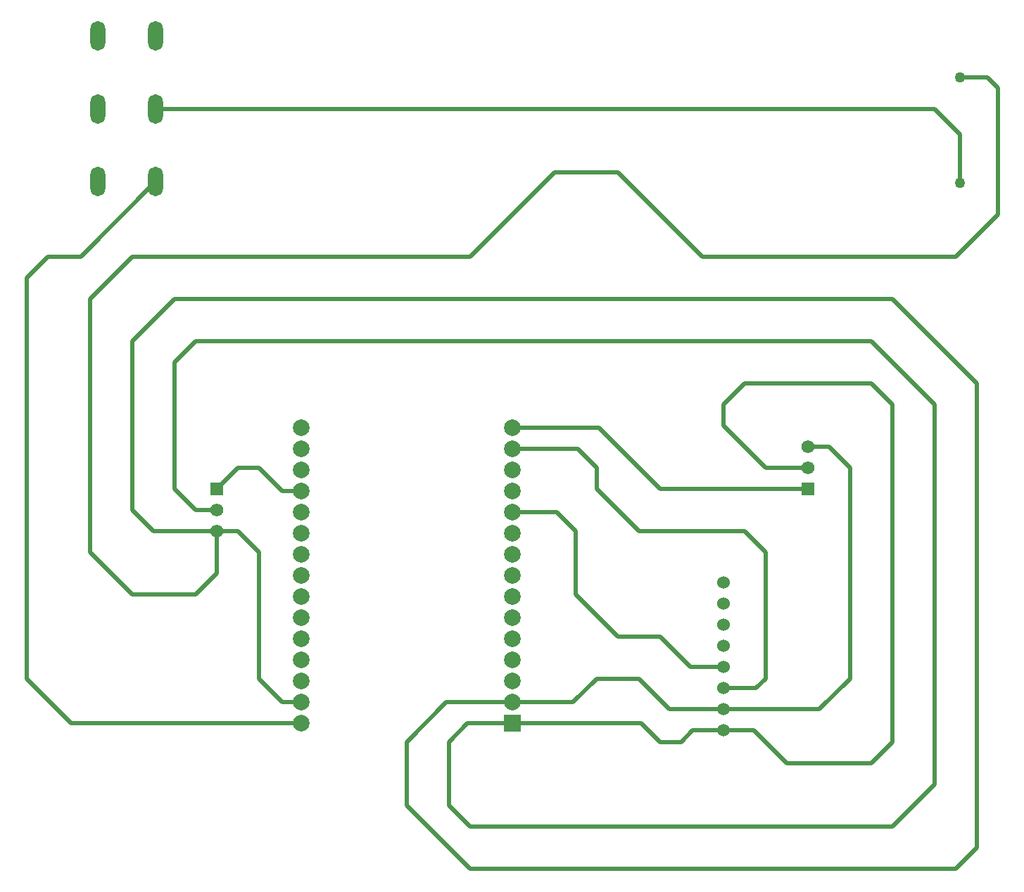
<source format=gbr>
%TF.GenerationSoftware,KiCad,Pcbnew,8.0.6*%
%TF.CreationDate,2025-01-02T10:31:57+08:00*%
%TF.ProjectId,qms_wearables,716d735f-7765-4617-9261-626c65732e6b,rev?*%
%TF.SameCoordinates,Original*%
%TF.FileFunction,Copper,L2,Bot*%
%TF.FilePolarity,Positive*%
%FSLAX46Y46*%
G04 Gerber Fmt 4.6, Leading zero omitted, Abs format (unit mm)*
G04 Created by KiCad (PCBNEW 8.0.6) date 2025-01-02 10:31:57*
%MOMM*%
%LPD*%
G01*
G04 APERTURE LIST*
%TA.AperFunction,ComponentPad*%
%ADD10C,1.524000*%
%TD*%
%TA.AperFunction,ComponentPad*%
%ADD11R,1.560000X1.560000*%
%TD*%
%TA.AperFunction,ComponentPad*%
%ADD12C,1.560000*%
%TD*%
%TA.AperFunction,ComponentPad*%
%ADD13R,2.000000X2.000000*%
%TD*%
%TA.AperFunction,ComponentPad*%
%ADD14C,2.000000*%
%TD*%
%TA.AperFunction,ComponentPad*%
%ADD15C,1.263000*%
%TD*%
%TA.AperFunction,ComponentPad*%
%ADD16O,1.785000X3.570000*%
%TD*%
%TA.AperFunction,Conductor*%
%ADD17C,0.508000*%
%TD*%
G04 APERTURE END LIST*
D10*
%TO.P,U2,1,VCC*%
%TO.N,+3.3V*%
X157480000Y-133223000D03*
%TO.P,U2,2,GND*%
%TO.N,GND*%
X157480000Y-130683000D03*
%TO.P,U2,3,SCL*%
%TO.N,Net-(U1-D22)*%
X157480000Y-128143000D03*
%TO.P,U2,4,SDA*%
%TO.N,Net-(U1-D21)*%
X157480000Y-125603000D03*
%TO.P,U2,5,XDA*%
%TO.N,unconnected-(U2-XDA-Pad5)*%
X157480000Y-123063000D03*
%TO.P,U2,6,XCL*%
%TO.N,unconnected-(U2-XCL-Pad6)*%
X157480000Y-120523000D03*
%TO.P,U2,7,ADD*%
%TO.N,unconnected-(U2-ADD-Pad7)*%
X157480000Y-117983000D03*
%TO.P,U2,8,INT*%
%TO.N,unconnected-(U2-INT-Pad8)*%
X157480000Y-115443000D03*
%TD*%
D11*
%TO.P,P1,1,SIGNAL*%
%TO.N,Net-(P1-SIGNAL)*%
X96520000Y-104140000D03*
D12*
%TO.P,P1,2,V+*%
%TO.N,+3.3V*%
X96520000Y-106680000D03*
%TO.P,P1,3,GND*%
%TO.N,GND*%
X96520000Y-109220000D03*
%TD*%
D13*
%TO.P,U1,1,3V3*%
%TO.N,+3.3V*%
X132080000Y-132355000D03*
D14*
%TO.P,U1,2,GND*%
%TO.N,GND*%
X132080000Y-129815000D03*
%TO.P,U1,3,D15*%
%TO.N,unconnected-(U1-D15-Pad3)*%
X132080000Y-127275000D03*
%TO.P,U1,4,D2*%
%TO.N,unconnected-(U1-D2-Pad4)*%
X132080000Y-124735000D03*
%TO.P,U1,5,D4*%
%TO.N,unconnected-(U1-D4-Pad5)*%
X132080000Y-122195000D03*
%TO.P,U1,6,RX2*%
%TO.N,unconnected-(U1-RX2-Pad6)*%
X132080000Y-119655000D03*
%TO.P,U1,7,TX2*%
%TO.N,unconnected-(U1-TX2-Pad7)*%
X132080000Y-117115000D03*
%TO.P,U1,8,D5*%
%TO.N,unconnected-(U1-D5-Pad8)*%
X132080000Y-114575000D03*
%TO.P,U1,9,D18*%
%TO.N,unconnected-(U1-D18-Pad9)*%
X132080000Y-112035000D03*
%TO.P,U1,10,D19*%
%TO.N,unconnected-(U1-D19-Pad10)*%
X132080000Y-109495000D03*
%TO.P,U1,11,D21*%
%TO.N,Net-(U1-D21)*%
X132080000Y-106955000D03*
%TO.P,U1,12,RX0*%
%TO.N,unconnected-(U1-RX0-Pad12)*%
X132080000Y-104415000D03*
%TO.P,U1,13,TX0*%
%TO.N,unconnected-(U1-TX0-Pad13)*%
X132080000Y-101875000D03*
%TO.P,U1,14,D22*%
%TO.N,Net-(U1-D22)*%
X132080000Y-99335000D03*
%TO.P,U1,15,D23*%
%TO.N,Net-(P2-SIGNAL)*%
X132080000Y-96795000D03*
%TO.P,U1,16,EN*%
%TO.N,unconnected-(U1-EN-Pad16)*%
X106680000Y-96795000D03*
%TO.P,U1,17,VP*%
%TO.N,unconnected-(U1-VP-Pad17)*%
X106680000Y-99335000D03*
%TO.P,U1,18,VN*%
%TO.N,unconnected-(U1-VN-Pad18)*%
X106680000Y-101875000D03*
%TO.P,U1,19,D34*%
%TO.N,Net-(P1-SIGNAL)*%
X106680000Y-104415000D03*
%TO.P,U1,20,D35*%
%TO.N,unconnected-(U1-D35-Pad20)*%
X106680000Y-106955000D03*
%TO.P,U1,21,D32*%
%TO.N,unconnected-(U1-D32-Pad21)*%
X106680000Y-109495000D03*
%TO.P,U1,22,D33*%
%TO.N,unconnected-(U1-D33-Pad22)*%
X106680000Y-112035000D03*
%TO.P,U1,23,D25*%
%TO.N,unconnected-(U1-D25-Pad23)*%
X106680000Y-114575000D03*
%TO.P,U1,24,D26*%
%TO.N,unconnected-(U1-D26-Pad24)*%
X106680000Y-117115000D03*
%TO.P,U1,25,D27*%
%TO.N,unconnected-(U1-D27-Pad25)*%
X106680000Y-119655000D03*
%TO.P,U1,26,D14*%
%TO.N,unconnected-(U1-D14-Pad26)*%
X106680000Y-122195000D03*
%TO.P,U1,27,D12*%
%TO.N,unconnected-(U1-D12-Pad27)*%
X106680000Y-124735000D03*
%TO.P,U1,28,D13*%
%TO.N,unconnected-(U1-D13-Pad28)*%
X106680000Y-127275000D03*
%TO.P,U1,29,GND*%
%TO.N,GND*%
X106680000Y-129815000D03*
%TO.P,U1,30,VIN*%
%TO.N,Net-(U1-VIN)*%
X106680000Y-132355000D03*
%TD*%
D11*
%TO.P,P2,1,SIGNAL*%
%TO.N,Net-(P2-SIGNAL)*%
X167640000Y-104140000D03*
D12*
%TO.P,P2,2,V+*%
%TO.N,+3.3V*%
X167640000Y-101600000D03*
%TO.P,P2,3,GND*%
%TO.N,GND*%
X167640000Y-99060000D03*
%TD*%
D15*
%TO.P,BT1,+*%
%TO.N,Net-(BT1-Pad+)*%
X185921750Y-67310000D03*
%TO.P,BT1,-*%
%TO.N,GND*%
X185921750Y-54610000D03*
%TD*%
D16*
%TO.P,J1,1*%
%TO.N,unconnected-(J1-Pad1)*%
X82235000Y-67180000D03*
%TO.P,J1,2*%
%TO.N,unconnected-(J1-Pad2)*%
X82235000Y-58420000D03*
%TO.P,J1,3*%
%TO.N,unconnected-(J1-Pad3)*%
X82235000Y-49660000D03*
%TO.P,J1,4*%
%TO.N,Net-(U1-VIN)*%
X89220000Y-67180000D03*
%TO.P,J1,5*%
%TO.N,Net-(BT1-Pad+)*%
X89220000Y-58420000D03*
%TO.P,J1,6*%
%TO.N,unconnected-(J1-Pad6)*%
X89220000Y-49660000D03*
%TD*%
D17*
%TO.N,Net-(P1-SIGNAL)*%
X96520000Y-104140000D02*
X99060000Y-101600000D01*
X101600000Y-101600000D02*
X104415000Y-104415000D01*
X104415000Y-104415000D02*
X106680000Y-104415000D01*
X99060000Y-101600000D02*
X101600000Y-101600000D01*
%TO.N,Net-(U1-D22)*%
X139975000Y-99335000D02*
X132080000Y-99335000D01*
X162560000Y-127000000D02*
X162560000Y-111760000D01*
X147320000Y-109220000D02*
X142240000Y-104140000D01*
X142240000Y-101600000D02*
X139975000Y-99335000D01*
X157480000Y-128143000D02*
X161417000Y-128143000D01*
X161417000Y-128143000D02*
X162560000Y-127000000D01*
X142240000Y-104140000D02*
X142240000Y-101600000D01*
X160020000Y-109220000D02*
X147320000Y-109220000D01*
X162560000Y-111760000D02*
X160020000Y-109220000D01*
%TO.N,Net-(U1-D21)*%
X139700000Y-109220000D02*
X137435000Y-106955000D01*
X137435000Y-106955000D02*
X132080000Y-106955000D01*
X153543000Y-125603000D02*
X149860000Y-121920000D01*
X149860000Y-121920000D02*
X144780000Y-121920000D01*
X157480000Y-125603000D02*
X153543000Y-125603000D01*
X144780000Y-121920000D02*
X139700000Y-116840000D01*
X139700000Y-116840000D02*
X139700000Y-109220000D01*
%TO.N,GND*%
X187960000Y-91440000D02*
X187960000Y-147320000D01*
X127000000Y-149860000D02*
X119380000Y-142240000D01*
X185420000Y-149860000D02*
X127000000Y-149860000D01*
X137160000Y-66040000D02*
X127000000Y-76200000D01*
X127000000Y-76200000D02*
X86360000Y-76200000D01*
X86360000Y-86360000D02*
X91440000Y-81280000D01*
X154940000Y-76200000D02*
X144780000Y-66040000D01*
X151003000Y-130683000D02*
X147320000Y-127000000D01*
X190500000Y-55880000D02*
X190500000Y-71120000D01*
X91440000Y-81280000D02*
X177800000Y-81280000D01*
X96520000Y-109220000D02*
X88900000Y-109220000D01*
X124185000Y-129815000D02*
X132080000Y-129815000D01*
X187960000Y-147320000D02*
X185420000Y-149860000D01*
X172720000Y-127000000D02*
X172720000Y-101600000D01*
X93980000Y-116840000D02*
X96520000Y-114300000D01*
X86360000Y-76200000D02*
X81280000Y-81280000D01*
X96520000Y-114300000D02*
X96520000Y-109220000D01*
X185921750Y-54610000D02*
X189230000Y-54610000D01*
X144780000Y-66040000D02*
X137160000Y-66040000D01*
X185420000Y-76200000D02*
X154940000Y-76200000D01*
X101600000Y-111760000D02*
X101600000Y-127000000D01*
X81280000Y-81280000D02*
X81280000Y-111760000D01*
X96520000Y-109220000D02*
X99060000Y-109220000D01*
X101600000Y-127000000D02*
X104415000Y-129815000D01*
X119380000Y-134620000D02*
X124185000Y-129815000D01*
X147320000Y-127000000D02*
X142240000Y-127000000D01*
X157480000Y-130683000D02*
X151003000Y-130683000D01*
X86360000Y-116840000D02*
X93980000Y-116840000D01*
X142240000Y-127000000D02*
X139425000Y-129815000D01*
X119380000Y-142240000D02*
X119380000Y-134620000D01*
X139425000Y-129815000D02*
X132080000Y-129815000D01*
X170180000Y-99060000D02*
X167640000Y-99060000D01*
X81280000Y-111760000D02*
X86360000Y-116840000D01*
X99060000Y-109220000D02*
X101600000Y-111760000D01*
X86360000Y-106680000D02*
X86360000Y-86360000D01*
X189230000Y-54610000D02*
X190500000Y-55880000D01*
X88900000Y-109220000D02*
X86360000Y-106680000D01*
X104415000Y-129815000D02*
X106680000Y-129815000D01*
X190500000Y-71120000D02*
X185420000Y-76200000D01*
X157480000Y-130683000D02*
X169037000Y-130683000D01*
X172720000Y-101600000D02*
X170180000Y-99060000D01*
X177800000Y-81280000D02*
X187960000Y-91440000D01*
X169037000Y-130683000D02*
X172720000Y-127000000D01*
%TO.N,+3.3V*%
X177800000Y-134620000D02*
X177800000Y-93980000D01*
X160020000Y-91440000D02*
X157480000Y-93980000D01*
X124460000Y-142240000D02*
X124460000Y-134620000D01*
X161163000Y-133223000D02*
X165100000Y-137160000D01*
X165100000Y-137160000D02*
X175260000Y-137160000D01*
X177800000Y-93980000D02*
X175260000Y-91440000D01*
X182880000Y-93980000D02*
X182880000Y-139700000D01*
X175260000Y-86360000D02*
X182880000Y-93980000D01*
X157480000Y-133223000D02*
X153797000Y-133223000D01*
X127000000Y-144780000D02*
X124460000Y-142240000D01*
X175260000Y-137160000D02*
X177800000Y-134620000D01*
X182880000Y-139700000D02*
X177800000Y-144780000D01*
X91440000Y-88900000D02*
X93980000Y-86360000D01*
X91440000Y-104140000D02*
X91440000Y-88900000D01*
X157480000Y-96520000D02*
X162560000Y-101600000D01*
X93980000Y-86360000D02*
X175260000Y-86360000D01*
X149860000Y-134620000D02*
X147595000Y-132355000D01*
X126725000Y-132355000D02*
X132080000Y-132355000D01*
X152400000Y-134620000D02*
X149860000Y-134620000D01*
X124460000Y-134620000D02*
X126725000Y-132355000D01*
X147595000Y-132355000D02*
X132080000Y-132355000D01*
X175260000Y-91440000D02*
X160020000Y-91440000D01*
X157480000Y-133223000D02*
X161163000Y-133223000D01*
X93980000Y-106680000D02*
X91440000Y-104140000D01*
X153797000Y-133223000D02*
X152400000Y-134620000D01*
X157480000Y-93980000D02*
X157480000Y-96520000D01*
X162560000Y-101600000D02*
X167640000Y-101600000D01*
X177800000Y-144780000D02*
X127000000Y-144780000D01*
X96520000Y-106680000D02*
X93980000Y-106680000D01*
%TO.N,Net-(U1-VIN)*%
X73660000Y-127000000D02*
X79015000Y-132355000D01*
X89220000Y-67180000D02*
X80200000Y-76200000D01*
X79015000Y-132355000D02*
X106680000Y-132355000D01*
X73660000Y-78740000D02*
X73660000Y-127000000D01*
X76200000Y-76200000D02*
X73660000Y-78740000D01*
X80200000Y-76200000D02*
X76200000Y-76200000D01*
%TO.N,Net-(P2-SIGNAL)*%
X167640000Y-104140000D02*
X149860000Y-104140000D01*
X149860000Y-104140000D02*
X142515000Y-96795000D01*
X142515000Y-96795000D02*
X132080000Y-96795000D01*
%TO.N,Net-(BT1-Pad+)*%
X89220000Y-58420000D02*
X182880000Y-58420000D01*
X182880000Y-58420000D02*
X185921750Y-61461750D01*
X185921750Y-61461750D02*
X185921750Y-67310000D01*
%TD*%
M02*

</source>
